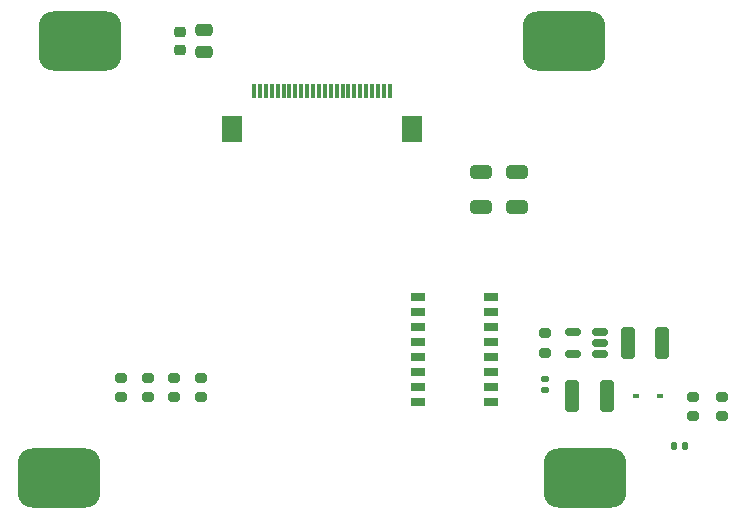
<source format=gbr>
%TF.GenerationSoftware,KiCad,Pcbnew,7.0.7*%
%TF.CreationDate,2023-09-16T22:14:34+02:00*%
%TF.ProjectId,oled242,6f6c6564-3234-4322-9e6b-696361645f70,rev?*%
%TF.SameCoordinates,Original*%
%TF.FileFunction,Paste,Top*%
%TF.FilePolarity,Positive*%
%FSLAX46Y46*%
G04 Gerber Fmt 4.6, Leading zero omitted, Abs format (unit mm)*
G04 Created by KiCad (PCBNEW 7.0.7) date 2023-09-16 22:14:34*
%MOMM*%
%LPD*%
G01*
G04 APERTURE LIST*
G04 Aperture macros list*
%AMRoundRect*
0 Rectangle with rounded corners*
0 $1 Rounding radius*
0 $2 $3 $4 $5 $6 $7 $8 $9 X,Y pos of 4 corners*
0 Add a 4 corners polygon primitive as box body*
4,1,4,$2,$3,$4,$5,$6,$7,$8,$9,$2,$3,0*
0 Add four circle primitives for the rounded corners*
1,1,$1+$1,$2,$3*
1,1,$1+$1,$4,$5*
1,1,$1+$1,$6,$7*
1,1,$1+$1,$8,$9*
0 Add four rect primitives between the rounded corners*
20,1,$1+$1,$2,$3,$4,$5,0*
20,1,$1+$1,$4,$5,$6,$7,0*
20,1,$1+$1,$6,$7,$8,$9,0*
20,1,$1+$1,$8,$9,$2,$3,0*%
G04 Aperture macros list end*
%ADD10RoundRect,0.200000X0.275000X-0.200000X0.275000X0.200000X-0.275000X0.200000X-0.275000X-0.200000X0*%
%ADD11RoundRect,0.140000X-0.170000X0.140000X-0.170000X-0.140000X0.170000X-0.140000X0.170000X0.140000X0*%
%ADD12RoundRect,1.250000X2.250000X1.250000X-2.250000X1.250000X-2.250000X-1.250000X2.250000X-1.250000X0*%
%ADD13RoundRect,0.250000X-0.650000X0.325000X-0.650000X-0.325000X0.650000X-0.325000X0.650000X0.325000X0*%
%ADD14RoundRect,0.140000X0.140000X0.170000X-0.140000X0.170000X-0.140000X-0.170000X0.140000X-0.170000X0*%
%ADD15RoundRect,0.250000X0.475000X-0.250000X0.475000X0.250000X-0.475000X0.250000X-0.475000X-0.250000X0*%
%ADD16RoundRect,0.225000X0.250000X-0.225000X0.250000X0.225000X-0.250000X0.225000X-0.250000X-0.225000X0*%
%ADD17R,1.250000X0.760000*%
%ADD18RoundRect,0.200000X-0.275000X0.200000X-0.275000X-0.200000X0.275000X-0.200000X0.275000X0.200000X0*%
%ADD19RoundRect,0.150000X0.512500X0.150000X-0.512500X0.150000X-0.512500X-0.150000X0.512500X-0.150000X0*%
%ADD20RoundRect,1.250000X-2.250000X-1.250000X2.250000X-1.250000X2.250000X1.250000X-2.250000X1.250000X0*%
%ADD21RoundRect,0.250000X-0.325000X-1.100000X0.325000X-1.100000X0.325000X1.100000X-0.325000X1.100000X0*%
%ADD22R,0.600000X0.450000*%
%ADD23R,0.300000X1.300000*%
%ADD24R,1.800000X2.200000*%
G04 APERTURE END LIST*
D10*
%TO.C,R10*%
X55887500Y-30375000D03*
X55887500Y-28725000D03*
%TD*%
D11*
%TO.C,C10*%
X55887500Y-32590000D03*
X55887500Y-33550000D03*
%TD*%
D12*
%TO.C,TP2*%
X57500000Y-4016000D03*
%TD*%
D13*
%TO.C,C5*%
X50500000Y-15050000D03*
X50500000Y-18000000D03*
%TD*%
D14*
%TO.C,C11*%
X67730000Y-38250000D03*
X66770000Y-38250000D03*
%TD*%
D15*
%TO.C,C3*%
X27000000Y-4950000D03*
X27000000Y-3050000D03*
%TD*%
D16*
%TO.C,C4*%
X25000000Y-4775000D03*
X25000000Y-3225000D03*
%TD*%
D17*
%TO.C,SW1*%
X45175000Y-25690000D03*
X45175000Y-26960000D03*
X45175000Y-28230000D03*
X45175000Y-29500000D03*
X45175000Y-30770000D03*
X45175000Y-32040000D03*
X45175000Y-33310000D03*
X45175000Y-34580000D03*
X51325000Y-34580000D03*
X51325000Y-33310000D03*
X51325000Y-32040000D03*
X51325000Y-30770000D03*
X51325000Y-29500000D03*
X51325000Y-28230000D03*
X51325000Y-26960000D03*
X51325000Y-25690000D03*
%TD*%
D18*
%TO.C,R3*%
X22250000Y-32500000D03*
X22250000Y-34150000D03*
%TD*%
D10*
%TO.C,R11*%
X68400000Y-35750000D03*
X68400000Y-34100000D03*
%TD*%
D19*
%TO.C,U10*%
X60525000Y-30500000D03*
X60525000Y-29550000D03*
X60525000Y-28600000D03*
X58250000Y-28600000D03*
X58250000Y-30500000D03*
%TD*%
D10*
%TO.C,R9*%
X24500000Y-34150000D03*
X24500000Y-32500000D03*
%TD*%
D13*
%TO.C,C6*%
X53500000Y-15050000D03*
X53500000Y-18000000D03*
%TD*%
D20*
%TO.C,TP4*%
X59250000Y-40984000D03*
%TD*%
%TO.C,TP3*%
X14750000Y-40984000D03*
%TD*%
D21*
%TO.C,L10*%
X58162500Y-34000000D03*
X61112500Y-34000000D03*
%TD*%
D12*
%TO.C,TP1*%
X16500000Y-4016000D03*
%TD*%
D22*
%TO.C,D10*%
X65662500Y-34000000D03*
X63562500Y-34000000D03*
%TD*%
D10*
%TO.C,R4*%
X20000000Y-34150000D03*
X20000000Y-32500000D03*
%TD*%
D23*
%TO.C,J1*%
X42750000Y-8200000D03*
X42250000Y-8200000D03*
X41750000Y-8200000D03*
X41250000Y-8200000D03*
X40750000Y-8200000D03*
X40250000Y-8200000D03*
X39750000Y-8200000D03*
X39250000Y-8200000D03*
X38750000Y-8200000D03*
X38250000Y-8200000D03*
X37750000Y-8200000D03*
X37250000Y-8200000D03*
X36750000Y-8200000D03*
X36250000Y-8200000D03*
X35750000Y-8200000D03*
X35250000Y-8200000D03*
X34750000Y-8200000D03*
X34250000Y-8200000D03*
X33750000Y-8200000D03*
X33250000Y-8200000D03*
X32750000Y-8200000D03*
X32250000Y-8200000D03*
X31750000Y-8200000D03*
X31250000Y-8200000D03*
D24*
X29350000Y-11450000D03*
X44650000Y-11450000D03*
%TD*%
D18*
%TO.C,R12*%
X70900000Y-34100000D03*
X70900000Y-35750000D03*
%TD*%
D10*
%TO.C,R8*%
X26750000Y-34150000D03*
X26750000Y-32500000D03*
%TD*%
D21*
%TO.C,C12*%
X62887500Y-29550000D03*
X65837500Y-29550000D03*
%TD*%
M02*

</source>
